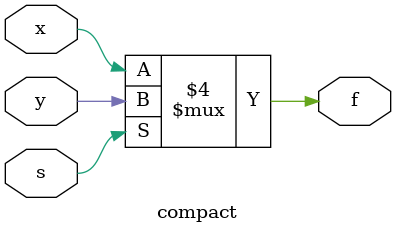
<source format=v>
module compact(input x,y,s, output reg f);

always @(x,y,s)
    if (s==0)
        f=x;
    else 
        f=y;

endmodule

</source>
